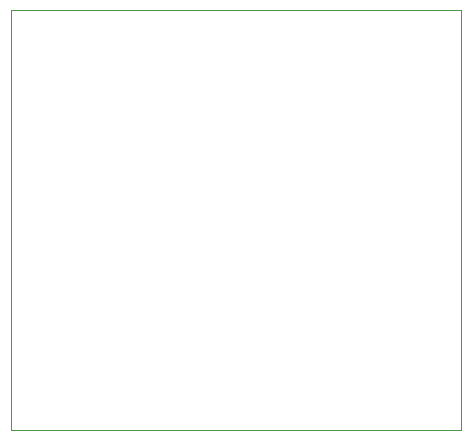
<source format=gko>
G75*
%MOIN*%
%OFA0B0*%
%FSLAX25Y25*%
%IPPOS*%
%LPD*%
%AMOC8*
5,1,8,0,0,1.08239X$1,22.5*
%
%ADD10C,0.00000*%
D10*
X0001000Y0003831D02*
X0001000Y0143831D01*
X0151000Y0143831D01*
X0151000Y0003831D01*
X0001000Y0003831D01*
M02*

</source>
